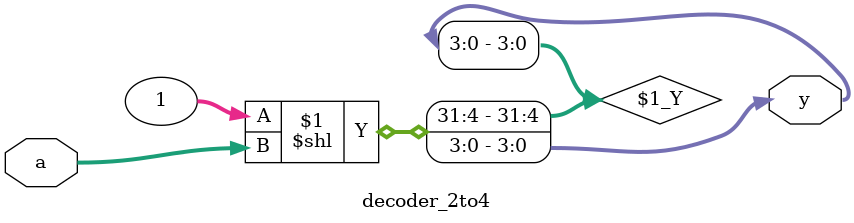
<source format=v>
module decoder_2to4(input [1:0] a, output [3:0] y);
    assign y = 1 << a;
endmodule

</source>
